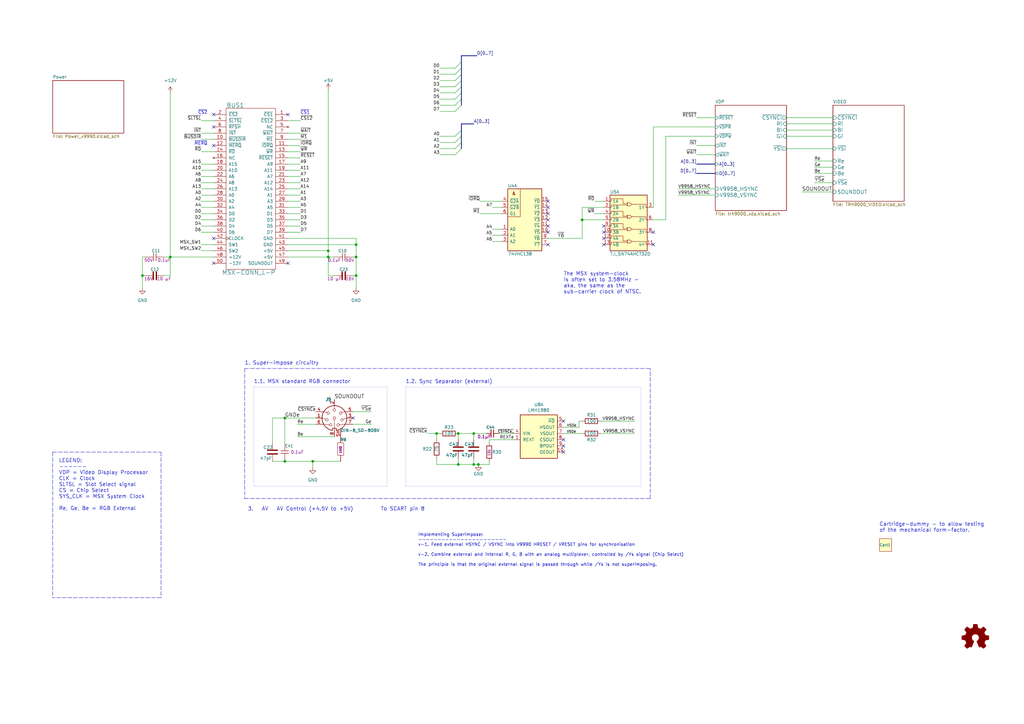
<source format=kicad_sch>
(kicad_sch (version 20211123) (generator eeschema)
  (paper "A3")
  (title_block (title "TRH9000") (date "2022-08-04") (rev "A-A") (company "The Retro Hacker") (comment 2 "Shared under CERN-OHL-S license") (comment 3 "TRH9000 - Open Source MSX Graphics Card based on the Yamaha V9990") (comment 4 "Designed  by: Cristiano Goncalves"))
  (lib_symbols
    (symbol "Device:C" (pin_numbers hide) (pin_names (offset 0.254))
      (property "Reference" "C" (at 0.635 2.54 0))
      (property "Value" "C" (at 0.635 -2.54 0))
      (symbol "C_1_1"
        (pin passive line (at 0 3.81 270) (length 2.794) (name "~") (number "1"))
        (pin passive line (at 0 -3.81 90) (length 2.794) (name "~") (number "2"))
      )
    )
    (symbol "Device:R" (pin_numbers hide) (pin_names (offset 0))
      (property "Reference" "R" (at 2.032 0 90))
      (property "Value" "R" (at 0 0 90))
      (symbol "R_1_1"
        (pin passive line (at 0 3.81 270) (length 1.27) (name "~") (number "1"))
        (pin passive line (at 0 -3.81 90) (length 1.27) (name "~") (number "2"))
      )
    )
    (symbol "Graphic:Logo_Open_Hardware_Small" (pin_names (offset 1.016)))
    (symbol "LRJ-parts:C_CC0805JPX7R9BB104" (pin_numbers hide) (pin_names (offset 1.016) hide)
      (property "Reference" "C" (at 1.524 2.921 0))
      (property "MPN" "CC0805JPX7R9BB104" (at -12.7 0 0))
      (symbol "C_CC0805JPX7R9BB104_1_1"
        (pin passive line (at 0 3.81 270) (length 2.54) (name "1") (number "1"))
        (pin passive line (at 0 -3.81 90) (length 2.54) (name "2") (number "2"))
      )
    )
    (symbol "LRJ-parts:C_CL10B104KB8NNNL" (pin_numbers hide) (pin_names (offset 0.254) hide)
      (property "Reference" "C" (at 0.254 1.778 0))
      (property "Value" "C_CL10B104KB8NNNL" (at 0.254 -2.032 0))
      (property "Capacitance " " 0,1µF" (at -6.35 0 0))
      (property "Voltage Rating" "50V" (at -6.35 -2.54 0))
      (symbol "C_CL10B104KB8NNNL_1_1"
        (pin passive line (at 0 2.54 270) (length 2.032) (name "~") (number "1"))
        (pin passive line (at 0 -2.54 90) (length 2.032) (name "~") (number "2"))
      )
    )
    (symbol "LRJ-parts:C_CL21B106KOQNNNE" (pin_numbers hide) (pin_names (offset 1.016) hide)
      (property "Reference" "C" (at 1.524 2.921 0))
      (property "Capacitance" "10 µF" (at 5.08 0 0))
      (property "Voltage rating" "16V" (at 5.08 -2.54 0))
      (symbol "C_CL21B106KOQNNNE_1_1"
        (pin passive line (at 0 3.81 270) (length 2.54) (name "1") (number "1"))
        (pin passive line (at 0 -3.81 90) (length 2.54) (name "2") (number "2"))
      )
    )
    (symbol "LRJ-parts:DIN-8_SD-80BV" (pin_names (offset 1.016))
      (property "Reference" "J" (at 3.175 5.715 0))
      (property "Value" "DIN-8_SD-80BV" (at 5.08 -5.08 0))
      (symbol "DIN-8_SD-80BV_1_1"
        (pin passive line (at -7.62 0 0) (length 2.54) (name "1") (number "1"))
        (pin passive line (at 0 7.62 270) (length 2.54) (name "2") (number "2"))
        (pin passive line (at 7.62 0 180) (length 2.54) (name "3") (number "3"))
        (pin passive line (at -7.62 2.54 0) (length 2.54) (name "4") (number "4"))
        (pin passive line (at 7.62 2.54 180) (length 2.54) (name "5") (number "5"))
        (pin passive line (at -7.62 -2.54 0) (length 2.54) (name "6") (number "6"))
        (pin passive line (at 7.62 -2.54 180) (length 2.54) (name "7") (number "7"))
        (pin passive line (at 0 -7.62 90) (length 2.54) (name "8") (number "8"))
        (pin passive line (at 2.54 -7.62 90) (length 2.54) (name "SH") (number "SH"))
      )
    )
    (symbol "LRJ-parts:LMH1980" (pin_names (offset 1.016))
      (property "Reference" "U" (at -11.43 11.43 0))
      (property "Value" "LMH1980" (at 3.81 11.43 0))
      (symbol "LMH1980_1_1"
        (pin input line (at -10.16 0 0) (length 2.54) (name "REXT") (number "1"))
        (pin output line (at 10.16 -5.08 180) (length 2.54) (name "OEOUT") (number "10"))
        (pin input line (at -10.16 2.54 0) (length 2.54) (name "VIN") (number "4"))
        (pin output line (at 10.16 7.62 180) (length 2.54) (name "~{HD}") (number "5"))
        (pin output line (at 10.16 5.08 180) (length 2.54) (name "HSOUT") (number "6"))
        (pin output line (at 10.16 2.54 180) (length 2.54) (name "VSOUT") (number "7"))
        (pin output line (at 10.16 0 180) (length 2.54) (name "CSOUT") (number "8"))
        (pin output line (at 10.16 -2.54 180) (length 2.54) (name "BPOUT") (number "9"))
      )
      (symbol "LMH1980_2_1"
        (pin power_in line (at 0 -7.62 90) (length 2.54) (name "GND") (number "2"))
        (pin power_in line (at 0 7.62 270) (length 2.54) (name "VCC") (number "3"))
      )
    )
    (symbol "LRJ-parts:R_ERJ-3GEYJ105V" (pin_numbers hide) (pin_names (offset 1.016) hide)
      (property "Reference" "R" (at -5.08 1.27 0))
      (property "Value" "R_ERJ-3GEYJ105V" (at -10.16 -3.81 0))
      (property "Resistance" "1MΩ" (at 0 0 0))
      (symbol "R_ERJ-3GEYJ105V_1_1"
        (pin passive line (at -5.08 0 0) (length 2.54) (name "1") (number "1"))
        (pin passive line (at 5.08 0 180) (length 2.54) (name "2") (number "2"))
      )
    )
    (symbol "LRJ-parts:R_RC0603FR-0710KL" (pin_numbers hide) (pin_names (offset 0))
      (property "Reference" "R" (at 0 0 90))
      (property "Value" "R_RC0603FR-0710KL" (at -12.7 0 0))
      (property "Resistance" "10k" (at 3.81 -1.27 0))
      (symbol "R_RC0603FR-0710KL_1_1"
        (pin passive line (at 0 3.81 270) (length 1.27) (name "~") (number "1"))
        (pin passive line (at 0 -3.81 90) (length 1.27) (name "~") (number "2"))
      )
    )
    (symbol "TRH9000:74VHC138" (pin_names (offset 0.762))
      (property "Reference" "U" (at -17.78 12.7 0))
      (property "Value" "74VHC138" (at -17.78 10.16 0))
      (symbol "74VHC138_1_0"
        (text "&" (at -3.81 10.795 0) (effects (font (size 1.27 1.27))))
      )
      (symbol "74VHC138_1_1"
        (pin input line (at -8.89 -3.81 0) (length 2.54) (name "A0") (number "1"))
        (pin output line (at 10.16 -5.08 180) (length 2.54) (name "~{Y5}") (number "10"))
        (pin output line (at 10.16 -2.54 180) (length 2.54) (name "~{Y4}") (number "11"))
        (pin output line (at 10.16 0 180) (length 2.54) (name "~{Y3}") (number "12"))
        (pin output line (at 10.16 2.54 180) (length 2.54) (name "~{Y2}") (number "13"))
        (pin output line (at 10.16 5.08 180) (length 2.54) (name "~{Y1}") (number "14"))
        (pin output line (at 10.16 7.62 180) (length 2.54) (name "~{Y0}") (number "15"))
        (pin input line (at -8.89 -6.35 0) (length 2.54) (name "A1") (number "2"))
        (pin input line (at -8.89 -8.89 0) (length 2.54) (name "A2") (number "3"))
        (pin input line (at -8.89 7.62 0) (length 2.54) (name "~{G2A}") (number "4"))
        (pin input line (at -8.89 5.08 0) (length 2.54) (name "~{G2B}") (number "5"))
        (pin input line (at -8.89 2.54 0) (length 2.54) (name "G1") (number "6"))
        (pin output line (at 10.16 -10.16 180) (length 2.54) (name "~{Y7}") (number "7"))
        (pin output line (at 10.16 -7.62 180) (length 2.54) (name "~{Y6}") (number "9"))
      )
      (symbol "74VHC138_2_0"
        (pin power_in line (at 0 7.62 270) (length 2.54) (name "VCC") (number "16"))
      )
      (symbol "74VHC138_2_1"
        (pin power_in line (at 0 -7.62 90) (length 2.54) (name "GND") (number "8"))
      )
    )
    (symbol "TRH9000:MSX-cartridge_dummy" (pin_numbers hide) (pin_names (offset 0.762) hide)
      (property "Reference" "Cart" (at 0 -1.27 0))
    )
    (symbol "TRH9000:MSX_SLOT_EDGE-CON" (pin_names (offset 1.016)) (in_bom no)
      (property "Reference" "BUS" (at -10.16 34.29 0))
      (property "Value" "MSX_SLOT_EDGE-CON" (at -10.16 -34.29 0))
      (symbol "MSX_SLOT_EDGE-CON_1_1"
        (pin output line (at -15.24 30.48 0) (length 5.08) (name "~{CS1}") (number "1"))
        (pin output line (at 15.24 20.32 180) (length 5.08) (name "~{BUSDIR}") (number "10"))
        (pin output line (at -15.24 17.78 0) (length 5.08) (name "~{IORQ}") (number "11"))
        (pin input line (at 15.24 17.78 180) (length 5.08) (name "~{MERQ}") (number "12"))
        (pin output line (at -15.24 15.24 0) (length 5.08) (name "~{WR}") (number "13"))
        (pin output line (at 15.24 15.24 180) (length 5.08) (name "~{RD}") (number "14"))
        (pin output line (at -15.24 12.7 0) (length 5.08) (name "~{RESET}") (number "15"))
        (pin no_connect line (at 15.24 12.7 180) (length 5.08) (name "NC") (number "16"))
        (pin output line (at -15.24 10.16 0) (length 5.08) (name "A9") (number "17"))
        (pin output line (at 15.24 10.16 180) (length 5.08) (name "A15") (number "18"))
        (pin output line (at -15.24 7.62 0) (length 5.08) (name "A11") (number "19"))
        (pin output line (at 15.24 30.48 180) (length 5.08) (name "~{CS2}") (number "2"))
        (pin output line (at 15.24 7.62 180) (length 5.08) (name "A10") (number "20"))
        (pin output line (at -15.24 5.08 0) (length 5.08) (name "A7") (number "21"))
        (pin output line (at 15.24 5.08 180) (length 5.08) (name "A6") (number "22"))
        (pin output line (at -15.24 2.54 0) (length 5.08) (name "A12") (number "23"))
        (pin output line (at 15.24 2.54 180) (length 5.08) (name "A8") (number "24"))
        (pin output line (at -15.24 0 0) (length 5.08) (name "A14") (number "25"))
        (pin output line (at 15.24 0 180) (length 5.08) (name "A13") (number "26"))
        (pin output line (at -15.24 -2.54 0) (length 5.08) (name "A1") (number "27"))
        (pin output line (at 15.24 -2.54 180) (length 5.08) (name "A0") (number "28"))
        (pin output line (at -15.24 -5.08 0) (length 5.08) (name "A3") (number "29"))
        (pin output line (at -15.24 27.94 0) (length 5.08) (name "~{CS12}") (number "3"))
        (pin output line (at 15.24 -5.08 180) (length 5.08) (name "A2") (number "30"))
        (pin output line (at -15.24 -7.62 0) (length 5.08) (name "A5") (number "31"))
        (pin output line (at 15.24 -7.62 180) (length 5.08) (name "A4") (number "32"))
        (pin tri_state line (at -15.24 -10.16 0) (length 5.08) (name "D1") (number "33"))
        (pin tri_state line (at 15.24 -10.16 180) (length 5.08) (name "D0") (number "34"))
        (pin tri_state line (at -15.24 -12.7 0) (length 5.08) (name "D3") (number "35"))
        (pin tri_state line (at 15.24 -12.7 180) (length 5.08) (name "D2~{}") (number "36"))
        (pin tri_state line (at -15.24 -15.24 0) (length 5.08) (name "D5") (number "37"))
        (pin tri_state line (at 15.24 -15.24 180) (length 5.08) (name "D4") (number "38"))
        (pin tri_state line (at -15.24 -17.78 0) (length 5.08) (name "D7") (number "39"))
        (pin output line (at 15.24 27.94 180) (length 5.08) (name "~{SLTSL}") (number "4"))
        (pin tri_state line (at 15.24 -17.78 180) (length 5.08) (name "D6") (number "40"))
        (pin power_in line (at -15.24 -20.32 0) (length 5.08) (name "GND") (number "41"))
        (pin output clock (at 15.24 -20.32 180) (length 5.08) (name "CLOCK") (number "42"))
        (pin power_in line (at -15.24 -22.86 0) (length 5.08) (name "GND") (number "43"))
        (pin passive line (at 15.24 -22.86 180) (length 5.08) (name "SW1") (number "44"))
        (pin power_in line (at -15.24 -25.4 0) (length 5.08) (name "+5V") (number "45"))
        (pin passive line (at 15.24 -25.4 180) (length 5.08) (name "SW2") (number "46"))
        (pin power_in line (at -15.24 -27.94 0) (length 5.08) (name "+5V") (number "47"))
        (pin power_in line (at 15.24 -27.94 180) (length 5.08) (name "+12V") (number "48"))
        (pin output line (at -15.24 -30.48 0) (length 5.08) (name "SOUNDOUT") (number "49"))
        (pin no_connect line (at -15.24 25.4 0) (length 5.08) (name "NC") (number "5"))
        (pin power_in line (at 15.24 -30.48 180) (length 5.08) (name "-12V") (number "50"))
        (pin output line (at 15.24 25.4 180) (length 5.08) (name "~{RFSH}") (number "6"))
        (pin input line (at -15.24 22.86 0) (length 5.08) (name "~{WAIT}") (number "7"))
        (pin open_collector line (at 15.24 22.86 180) (length 5.08) (name "~{INT}") (number "8"))
        (pin output line (at -15.24 20.32 0) (length 5.08) (name "~{M1}") (number "9"))
      )
    )
    (symbol "TRH9000:T.I_SN74AHCT32D" (pin_names (offset 1))
      (property "Reference" "U5" (at -22.86 17.78 0))
      (property "Value" "T.I_SN74AHCT32D" (at -22.86 15.24 0))
      (symbol "T.I_SN74AHCT32D_1_1"
        (pin input line (at -10.16 10.16 0) (length 2.54) (name "1A") (number "1"))
        (pin input line (at -10.16 -2.54 0) (length 2.54) (name "3B") (number "10"))
        (pin output line (at 10.16 -7.62 180) (length 2.54) (name "4Y") (number "11"))
        (pin input line (at -10.16 -5.08 0) (length 2.54) (name "4A") (number "12"))
        (pin input line (at -10.16 -7.62 0) (length 2.54) (name "4B") (number "13"))
        (pin input line (at -10.16 7.62 0) (length 2.54) (name "1B") (number "2"))
        (pin output line (at 10.16 7.62 180) (length 2.54) (name "1Y") (number "3"))
        (pin input line (at -10.16 5.08 0) (length 2.54) (name "2A") (number "4"))
        (pin input line (at -10.16 2.54 0) (length 2.54) (name "2B") (number "5"))
        (pin output line (at 10.16 2.54 180) (length 2.54) (name "2Y") (number "6"))
        (pin output line (at 10.16 -2.54 180) (length 2.54) (name "3Y") (number "8"))
        (pin input line (at -10.16 0 0) (length 2.54) (name "3A") (number "9"))
      )
      (symbol "T.I_SN74AHCT32D_2_0"
        (text "GND" (at 0 -1.27 0) (effects (font (size 1.27 1.27))))
        (text "VCC" (at 0 1.27 0) (effects (font (size 1.27 1.27))))
      )
      (symbol "T.I_SN74AHCT32D_2_1"
        (pin power_in line (at 0 5.08 270) (length 2.54) (name "VCC") (number "14"))
        (pin power_in line (at 0 -5.08 90) (length 2.54) (name "GND") (number "7"))
      )
    )
    (symbol "power:+12V" (power) (pin_names (offset 0))
      (property "Value" "+12V" (at 0 3.556 0))
      (symbol "+12V_1_1"
        (pin power_in line (at 0 0 90) (length 0) hide (name "+12V") (number "1"))
      )
    )
    (symbol "power:+5V" (power) (pin_names (offset 0))
      (property "Value" "+5V" (at 0 3.556 0))
      (symbol "+5V_1_1"
        (pin power_in line (at 0 0 90) (length 0) hide (name "+5V") (number "1"))
      )
    )
    (symbol "power:GND" (power) (pin_names (offset 0))
      (property "Value" "GND" (at 0 -3.81 0))
      (symbol "GND_1_1"
        (pin power_in line (at 0 0 270) (length 0) hide (name "GND") (number "1"))
      )
    )
  )
  (junction (at 196.215 190.5))
  (junction (at 134.62 105.41))
  (junction (at 128.27 189.23))
  (junction (at 194.31 190.5))
  (junction (at 179.07 177.8))
  (junction (at 116.84 171.45))
  (junction (at 194.31 177.8))
  (junction (at 146.05 105.41))
  (junction (at 134.62 102.87))
  (junction (at 69.85 105.41))
  (junction (at 187.96 190.5))
  (junction (at 116.84 189.23))
  (junction (at 238.76 90.17))
  (junction (at 146.05 113.03))
  (junction (at 146.05 100.33))
  (junction (at 58.42 113.03))
  (junction (at 187.96 177.8))
  (no_connect (at 267.97 95.25))
  (no_connect (at 87.63 97.79))
  (no_connect (at 231.14 182.88))
  (no_connect (at 231.14 180.34))
  (no_connect (at 87.63 59.69))
  (no_connect (at 247.65 92.71))
  (no_connect (at 247.65 95.25))
  (no_connect (at 224.79 90.17))
  (no_connect (at 224.79 100.33))
  (no_connect (at 224.79 82.55))
  (no_connect (at 224.79 85.09))
  (no_connect (at 224.79 92.71))
  (no_connect (at 224.79 95.25))
  (no_connect (at 224.79 87.63))
  (no_connect (at 144.78 171.45))
  (no_connect (at 87.63 46.99))
  (no_connect (at 231.14 185.42))
  (no_connect (at 87.63 52.07))
  (no_connect (at 87.63 107.95))
  (no_connect (at 231.14 172.72))
  (no_connect (at 247.65 100.33))
  (no_connect (at 247.65 97.79))
  (no_connect (at 267.97 100.33))
  (no_connect (at 118.11 107.95))
  (no_connect (at 118.11 46.99))
  (bus_entry (at 189.23 58.42) (size -2.54 2.54))
  (bus_entry (at 189.23 33.02) (size -2.54 2.54))
  (bus_entry (at 189.23 53.34) (size -2.54 2.54))
  (bus_entry (at 189.23 40.64) (size -2.54 2.54))
  (bus_entry (at 189.23 25.4) (size -2.54 2.54))
  (bus_entry (at 189.23 35.56) (size -2.54 2.54))
  (bus_entry (at 189.23 38.1) (size -2.54 2.54))
  (bus_entry (at 189.23 30.48) (size -2.54 2.54))
  (bus_entry (at 189.23 60.96) (size -2.54 2.54))
  (bus_entry (at 189.23 43.18) (size -2.54 2.54))
  (bus_entry (at 189.23 55.88) (size -2.54 2.54))
  (bus_entry (at 189.23 27.94) (size -2.54 2.54))
  (wire (pts (xy 118.11 95.25) (xy 123.19 95.25)))
  (polyline (pts (xy 104.14 158.75) (xy 104.14 199.39)) (stroke (width 0) (type dot)))
  (wire (pts (xy 69.85 105.41) (xy 69.85 113.03)))
  (wire (pts (xy 82.55 100.33) (xy 87.63 100.33)))
  (wire (pts (xy 118.11 69.85) (xy 123.19 69.85)))
  (wire (pts (xy 144.78 168.91) (xy 152.4 168.91)))
  (wire (pts (xy 237.49 172.72) (xy 238.76 172.72)))
  (wire (pts (xy 111.76 171.45) (xy 116.84 171.45)))
  (wire (pts (xy 82.55 102.87) (xy 87.63 102.87)))
  (wire (pts (xy 118.11 72.39) (xy 123.19 72.39)))
  (wire (pts (xy 238.76 85.09) (xy 238.76 90.17)))
  (wire (pts (xy 111.76 189.23) (xy 116.84 189.23)))
  (wire (pts (xy 238.76 90.17) (xy 238.76 97.79)))
  (wire (pts (xy 118.11 102.87) (xy 134.62 102.87)))
  (bus (pts (xy 189.23 27.94) (xy 189.23 30.48)))
  (wire (pts (xy 82.55 87.63) (xy 87.63 87.63)))
  (wire (pts (xy 267.97 52.07) (xy 267.97 85.09)))
  (wire (pts (xy 146.05 113.03) (xy 144.78 113.03)))
  (bus (pts (xy 189.23 40.64) (xy 189.23 43.18)))
  (wire (pts (xy 118.11 80.01) (xy 123.19 80.01)))
  (wire (pts (xy 116.84 189.23) (xy 128.27 189.23)))
  (wire (pts (xy 194.31 190.5) (xy 196.215 190.5)))
  (wire (pts (xy 118.11 90.17) (xy 123.19 90.17)))
  (wire (pts (xy 146.05 105.41) (xy 144.78 105.41)))
  (wire (pts (xy 116.84 171.45) (xy 129.54 171.45)))
  (wire (pts (xy 118.11 85.09) (xy 123.19 85.09)))
  (wire (pts (xy 180.34 43.18) (xy 186.69 43.18)))
  (wire (pts (xy 322.58 53.34) (xy 341.63 53.34)))
  (wire (pts (xy 121.92 179.07) (xy 137.16 179.07)))
  (wire (pts (xy 285.75 48.26) (xy 293.37 48.26)))
  (wire (pts (xy 180.34 30.48) (xy 186.69 30.48)))
  (polyline (pts (xy 66.04 185.42) (xy 66.04 245.11)))
  (wire (pts (xy 237.49 172.72) (xy 237.49 175.26)))
  (wire (pts (xy 180.34 27.94) (xy 186.69 27.94)))
  (wire (pts (xy 116.84 181.61) (xy 116.84 171.45)))
  (wire (pts (xy 118.11 100.33) (xy 146.05 100.33)))
  (wire (pts (xy 134.62 36.83) (xy 134.62 102.87)))
  (bus (pts (xy 285.75 67.31) (xy 293.37 67.31)))
  (wire (pts (xy 187.96 177.8) (xy 194.31 177.8)))
  (wire (pts (xy 180.34 45.72) (xy 186.69 45.72)))
  (wire (pts (xy 187.96 187.96) (xy 187.96 190.5)))
  (wire (pts (xy 128.27 189.23) (xy 139.7 189.23)))
  (wire (pts (xy 194.31 187.96) (xy 194.31 190.5)))
  (wire (pts (xy 118.11 54.61) (xy 123.19 54.61)))
  (wire (pts (xy 82.55 74.93) (xy 87.63 74.93)))
  (polyline (pts (xy 166.37 199.39) (xy 262.89 199.39)) (stroke (width 0) (type dot)))
  (wire (pts (xy 194.31 177.8) (xy 199.39 177.8)))
  (wire (pts (xy 175.26 177.8) (xy 179.07 177.8)))
  (wire (pts (xy 231.14 175.26) (xy 237.49 175.26)))
  (polyline (pts (xy 262.89 199.39) (xy 262.89 158.75)) (stroke (width 0) (type dot)))
  (bus (pts (xy 189.23 50.8) (xy 189.23 53.34)))
  (wire (pts (xy 180.34 63.5) (xy 186.69 63.5)))
  (bus (pts (xy 189.23 33.02) (xy 189.23 35.56)))
  (wire (pts (xy 58.42 105.41) (xy 58.42 113.03)))
  (bus (pts (xy 195.58 22.86) (xy 189.23 22.86)))
  (wire (pts (xy 200.66 189.23) (xy 200.66 190.5)))
  (wire (pts (xy 200.66 180.34) (xy 210.82 180.34)))
  (polyline (pts (xy 104.14 158.75) (xy 158.75 158.75)) (stroke (width 0) (type dot)))
  (wire (pts (xy 69.85 105.41) (xy 67.31 105.41)))
  (bus (pts (xy 189.23 25.4) (xy 189.23 27.94)))
  (bus (pts (xy 189.23 35.56) (xy 189.23 38.1)))
  (wire (pts (xy 111.76 181.61) (xy 111.76 171.45)))
  (wire (pts (xy 334.01 68.58) (xy 341.63 68.58)))
  (wire (pts (xy 82.55 77.47) (xy 87.63 77.47)))
  (wire (pts (xy 180.34 60.96) (xy 186.69 60.96)))
  (polyline (pts (xy 100.33 151.13) (xy 100.33 204.47)))
  (wire (pts (xy 82.55 95.25) (xy 87.63 95.25)))
  (wire (pts (xy 179.07 187.96) (xy 179.07 190.5)))
  (wire (pts (xy 201.93 85.09) (xy 205.74 85.09)))
  (wire (pts (xy 328.93 78.74) (xy 341.63 78.74)))
  (wire (pts (xy 201.93 93.98) (xy 205.74 93.98)))
  (wire (pts (xy 201.93 99.06) (xy 205.74 99.06)))
  (bus (pts (xy 189.23 58.42) (xy 189.23 60.96)))
  (wire (pts (xy 58.42 105.41) (xy 59.69 105.41)))
  (wire (pts (xy 194.31 177.8) (xy 194.31 180.34)))
  (wire (pts (xy 273.05 55.88) (xy 293.37 55.88)))
  (wire (pts (xy 146.05 113.03) (xy 146.05 118.11)))
  (wire (pts (xy 118.11 87.63) (xy 123.19 87.63)))
  (wire (pts (xy 273.05 55.88) (xy 273.05 90.17)))
  (polyline (pts (xy 21.59 185.42) (xy 66.04 185.42)))
  (wire (pts (xy 180.34 55.88) (xy 186.69 55.88)))
  (wire (pts (xy 179.07 190.5) (xy 187.96 190.5)))
  (wire (pts (xy 118.11 64.77) (xy 123.19 64.77)))
  (wire (pts (xy 82.55 85.09) (xy 87.63 85.09)))
  (wire (pts (xy 118.11 77.47) (xy 123.19 77.47)))
  (wire (pts (xy 322.58 55.88) (xy 341.63 55.88)))
  (wire (pts (xy 82.55 67.31) (xy 87.63 67.31)))
  (wire (pts (xy 82.55 92.71) (xy 87.63 92.71)))
  (wire (pts (xy 196.215 190.5) (xy 200.66 190.5)))
  (wire (pts (xy 118.11 49.53) (xy 123.19 49.53)))
  (wire (pts (xy 278.13 77.47) (xy 293.37 77.47)))
  (wire (pts (xy 58.42 113.03) (xy 59.69 113.03)))
  (wire (pts (xy 200.66 181.61) (xy 200.66 180.34)))
  (wire (pts (xy 231.14 177.8) (xy 238.76 177.8)))
  (wire (pts (xy 134.62 105.41) (xy 137.16 105.41)))
  (wire (pts (xy 82.55 72.39) (xy 87.63 72.39)))
  (wire (pts (xy 118.11 82.55) (xy 123.19 82.55)))
  (wire (pts (xy 278.13 80.01) (xy 293.37 80.01)))
  (polyline (pts (xy 100.33 151.13) (xy 266.7 151.13)))
  (wire (pts (xy 118.11 92.71) (xy 123.19 92.71)))
  (wire (pts (xy 134.62 113.03) (xy 137.16 113.03)))
  (polyline (pts (xy 266.7 204.47) (xy 266.7 151.13)))
  (wire (pts (xy 121.92 173.99) (xy 129.54 173.99)))
  (wire (pts (xy 152.4 173.99) (xy 144.78 173.99)))
  (polyline (pts (xy 66.04 245.11) (xy 21.59 245.11)))
  (wire (pts (xy 118.11 57.15) (xy 123.19 57.15)))
  (wire (pts (xy 246.38 172.72) (xy 260.35 172.72)))
  (wire (pts (xy 118.11 105.41) (xy 134.62 105.41)))
  (wire (pts (xy 69.85 105.41) (xy 87.63 105.41)))
  (wire (pts (xy 134.62 105.41) (xy 134.62 113.03)))
  (wire (pts (xy 322.58 60.96) (xy 341.63 60.96)))
  (bus (pts (xy 285.75 71.12) (xy 293.37 71.12)))
  (wire (pts (xy 118.11 62.23) (xy 123.19 62.23)))
  (wire (pts (xy 82.55 82.55) (xy 87.63 82.55)))
  (wire (pts (xy 285.75 59.69) (xy 293.37 59.69)))
  (wire (pts (xy 204.47 177.8) (xy 210.82 177.8)))
  (polyline (pts (xy 158.75 158.75) (xy 158.75 199.39)) (stroke (width 0) (type dot)))
  (wire (pts (xy 180.34 38.1) (xy 186.69 38.1)))
  (polyline (pts (xy 158.75 199.39) (xy 104.14 199.39)) (stroke (width 0) (type dot)))
  (wire (pts (xy 179.07 177.8) (xy 180.34 177.8)))
  (bus (pts (xy 189.23 55.88) (xy 189.23 58.42)))
  (wire (pts (xy 322.58 50.8) (xy 341.63 50.8)))
  (wire (pts (xy 82.55 62.23) (xy 87.63 62.23)))
  (wire (pts (xy 69.85 105.41) (xy 69.85 38.1)))
  (bus (pts (xy 189.23 30.48) (xy 189.23 33.02)))
  (wire (pts (xy 187.96 177.8) (xy 187.96 180.34)))
  (wire (pts (xy 118.11 67.31) (xy 123.19 67.31)))
  (wire (pts (xy 246.38 177.8) (xy 260.35 177.8)))
  (wire (pts (xy 247.65 90.17) (xy 238.76 90.17)))
  (wire (pts (xy 82.55 69.85) (xy 87.63 69.85)))
  (wire (pts (xy 341.63 74.93) (xy 334.01 74.93)))
  (wire (pts (xy 128.27 191.77) (xy 128.27 189.23)))
  (wire (pts (xy 82.55 49.53) (xy 87.63 49.53)))
  (bus (pts (xy 189.23 22.86) (xy 189.23 25.4)))
  (wire (pts (xy 238.76 85.09) (xy 247.65 85.09)))
  (wire (pts (xy 285.75 63.5) (xy 293.37 63.5)))
  (wire (pts (xy 196.85 87.63) (xy 205.74 87.63)))
  (wire (pts (xy 180.34 35.56) (xy 186.69 35.56)))
  (wire (pts (xy 267.97 52.07) (xy 293.37 52.07)))
  (wire (pts (xy 82.55 54.61) (xy 87.63 54.61)))
  (wire (pts (xy 146.05 105.41) (xy 146.05 113.03)))
  (wire (pts (xy 334.01 66.04) (xy 341.63 66.04)))
  (wire (pts (xy 243.84 82.55) (xy 247.65 82.55)))
  (wire (pts (xy 180.34 33.02) (xy 186.69 33.02)))
  (polyline (pts (xy 166.37 158.75) (xy 262.89 158.75)) (stroke (width 0) (type dot)))
  (wire (pts (xy 322.58 48.26) (xy 341.63 48.26)))
  (wire (pts (xy 82.55 90.17) (xy 87.63 90.17)))
  (wire (pts (xy 146.05 100.33) (xy 146.05 105.41)))
  (bus (pts (xy 189.23 55.88) (xy 189.23 53.34)))
  (polyline (pts (xy 166.37 158.75) (xy 166.37 199.39)) (stroke (width 0) (type dot)))
  (wire (pts (xy 334.01 71.12) (xy 341.63 71.12)))
  (wire (pts (xy 180.34 58.42) (xy 186.69 58.42)))
  (wire (pts (xy 118.11 74.93) (xy 123.19 74.93)))
  (wire (pts (xy 146.05 97.79) (xy 146.05 100.33)))
  (bus (pts (xy 189.23 38.1) (xy 189.23 40.64)))
  (wire (pts (xy 243.84 87.63) (xy 247.65 87.63)))
  (polyline (pts (xy 100.33 204.47) (xy 266.7 204.47)))
  (wire (pts (xy 82.55 80.01) (xy 87.63 80.01)))
  (wire (pts (xy 118.11 97.79) (xy 146.05 97.79)))
  (polyline (pts (xy 21.59 185.42) (xy 21.59 245.11)))
  (wire (pts (xy 134.62 102.87) (xy 134.62 105.41)))
  (wire (pts (xy 58.42 113.03) (xy 58.42 118.11)))
  (wire (pts (xy 187.96 190.5) (xy 194.31 190.5)))
  (wire (pts (xy 69.85 113.03) (xy 67.31 113.03)))
  (wire (pts (xy 201.93 96.52) (xy 205.74 96.52)))
  (bus (pts (xy 189.23 50.8) (xy 194.31 50.8)))
  (wire (pts (xy 180.34 40.64) (xy 186.69 40.64)))
  (wire (pts (xy 224.79 97.79) (xy 238.76 97.79)))
  (wire (pts (xy 273.05 90.17) (xy 267.97 90.17)))
  (wire (pts (xy 179.07 180.34) (xy 179.07 177.8)))
  (wire (pts (xy 82.55 57.15) (xy 87.63 57.15)))
  (wire (pts (xy 196.85 82.55) (xy 205.74 82.55)))
  (wire (pts (xy 118.11 59.69) (xy 123.19 59.69)))
  (text "~{MERQ}" (at 85.09 59.69 180) (effects (font (size 1.27 1.27)) (justify right bottom)))
  (text "1.1. MSX standard RGB connector" (at 104.14 157.48 0) (effects (font (size 1.524 1.524)) (justify left bottom)))
  (text "The MSX system-clock\nis often set to 3.58MHz -\naka, the same as the\nsub-carrier clock of NTSC." (at 231.14 120.65 0) (effects (font (size 1.524 1.524)) (justify left bottom)))
  (text "Cartridge-dummy - to allow testing \nof the mechanical form-factor." (at 360.68 218.44 0) (effects (font (size 1.524 1.524)) (justify left bottom)))
  (text "Implementing Superimpose:\n-----------------------\nv-1. Feed external HSYNC / VSYNC into V9990 HRESET / VRESET pins for synchronisation\n\nv-2. Combine external and internal R, G, B with an analog multiplexer, controlled by /Ys signal (Chip Select)\n\nThe principle is that the original external signal is passed through while /Ys is not superimposing." (at 171.45 232.41 0) (effects (font (size 1.27 1.27)) (justify left bottom)))
  (text "LEGEND:\n------\nVDP = Video Display Processor\nCLK = Clock\nSLTSL = Slot Select signal\nCS = Chip Select\nSYS_CLK = MSX System Clock\n\nRe, Ge, Be = RGB External" (at 24.13 209.55 0) (effects (font (size 1.524 1.524)) (justify left bottom)))
  (text "~{CS1}" (at 123.19 46.99 0) (effects (font (size 1.27 1.27)) (justify left bottom)))
  (text "~{CS2}" (at 85.09 46.99 180) (effects (font (size 1.27 1.27)) (justify right bottom)))
  (text "1. Super-impose circuitry" (at 100.33 149.86 0) (effects (font (size 1.524 1.524)) (justify left bottom)))
  (text "1.2. Sync Separator (external)" (at 166.37 157.48 0) (effects (font (size 1.524 1.524)) (justify left bottom)))
  (text "3. 	AV 	AV Control (+4.5V to +5V) 	To SCART pin 8\n\n\n" (at 101.6 214.63 0) (effects (font (size 1.524 1.524)) (justify left bottom)))
  (label "Be" (at 121.92 179.07 0))
  (label "~{WAIT}" (at 123.19 54.61 0))
  (label "~{RESET}" (at 285.75 48.26 180))
  (label "A7" (at 123.19 72.39 0))
  (label "A4" (at 201.93 93.98 180))
  (label "A2" (at 180.34 60.96 180))
  (label "~{CSYNCe_}" (at 210.82 177.8 180) (effects (font (size 1 1))))
  (label "~{M1}" (at 196.85 87.63 180))
  (label "D5" (at 123.19 92.71 0))
  (label "A8" (at 82.55 74.93 180))
  (label "A3" (at 180.34 63.5 180))
  (label "A0" (at 180.34 55.88 180))
  (label "A6" (at 201.93 99.06 180))
  (label "A9" (at 123.19 67.31 0))
  (label "A5" (at 123.19 85.09 0))
  (label "A2" (at 82.55 82.55 180))
  (label "GNDe" (at 116.84 171.45 0) (effects (font (size 1.524 1.524))))
  (label "Re" (at 121.92 173.99 0))
  (label "A6" (at 82.55 72.39 180))
  (label "HSOe" (at 232.41 175.26 0) (effects (font (size 1 1))))
  (label "A[0..3]" (at 194.31 50.8 0))
  (label "~{RD}" (at 82.55 62.23 180))
  (label "Ge" (at 334.01 68.58 0))
  (label "D7" (at 180.34 45.72 180))
  (label "~{CSYNCe}" (at 129.54 168.91 180))
  (label "D[0..7]" (at 195.58 22.86 0))
  (label "A[0..3]" (at 285.75 67.31 180))
  (label "A1" (at 180.34 58.42 180))
  (label "~{WR}" (at 123.19 62.23 0))
  (label "~{INT}" (at 82.55 54.61 180))
  (label "A14" (at 123.19 77.47 0))
  (label "A5" (at 201.93 96.52 180))
  (label "D5" (at 180.34 40.64 180))
  (label "~{M1}" (at 123.19 57.15 0))
  (label "REXTe" (at 210.82 180.34 180))
  (label "Ge" (at 152.4 173.99 180))
  (label "A7" (at 201.93 85.09 180))
  (label "Re" (at 334.01 66.04 0))
  (label "A13" (at 82.55 77.47 180))
  (label "~{INT}" (at 285.75 59.69 180))
  (label "~{IORQ}" (at 123.19 59.69 0))
  (label "A11" (at 123.19 69.85 0))
  (label "~{Y6}" (at 228.6 97.79 0) (effects (font (size 1.524 1.524))))
  (label "D4" (at 180.34 38.1 180))
  (label "V9958_HSYNC" (at 278.13 77.47 0))
  (label "A4" (at 82.55 85.09 180))
  (label "Be" (at 334.01 71.12 0))
  (label "MSX_SW1" (at 82.55 100.33 180))
  (label "~{WR}" (at 243.84 87.63 180))
  (label "D[0..7]" (at 285.75 71.12 180))
  (label "A15" (at 82.55 67.31 180))
  (label "~{CSYNCe}" (at 175.26 177.8 180))
  (label "D0" (at 82.55 87.63 180))
  (label "V9958_VSYNC" (at 260.35 177.8 180))
  (label "MSX_SW2" (at 82.55 102.87 180))
  (label "~{WAIT}" (at 285.75 63.5 180))
  (label "A3" (at 123.19 82.55 0))
  (label "D7" (at 123.19 95.25 0))
  (label "D0" (at 180.34 27.94 180))
  (label "A1" (at 123.19 80.01 0))
  (label "D2" (at 180.34 33.02 180))
  (label "D6" (at 180.34 43.18 180))
  (label "~{BUSDIR}" (at 82.55 57.15 180))
  (label "V9958_VSYNC" (at 278.13 80.01 0))
  (label "~{RD}" (at 243.84 82.55 180))
  (label "~{IORQ}" (at 196.85 82.55 180))
  (label "D1" (at 180.34 30.48 180))
  (label "D2" (at 82.55 90.17 180))
  (label "D3" (at 123.19 90.17 0))
  (label "SOUNDOUT" (at 137.16 163.83 0) (effects (font (size 1.524 1.524))))
  (label "SOUNDOUT" (at 328.93 78.74 0) (effects (font (size 1.524 1.524))))
  (label "~{SLTSL}" (at 82.55 49.53 180))
  (label "D3" (at 180.34 35.56 180))
  (label "~{RESET}" (at 123.19 64.77 0))
  (label "A0" (at 82.55 80.01 180))
  (label "V9958_HSYNC" (at 260.35 172.72 180))
  (label "A10" (at 82.55 69.85 180))
  (label "~{CS12}" (at 123.19 49.53 0))
  (label "D1" (at 123.19 87.63 0))
  (label "VSOe" (at 232.41 177.8 0) (effects (font (size 1 1))))
  (label "~{YSe}" (at 334.01 74.93 0) (effects (font (size 1.524 1.524))))
  (label "D6" (at 82.55 95.25 180))
  (label "D4" (at 82.55 92.71 180))
  (label "~{YSe}" (at 152.4 168.91 180) (effects (font (size 1.524 1.524))))
  (label "A12" (at 123.19 74.93 0))
  (symbol (lib_id "Device:R") (at 184.15 177.8 270) (mirror x) (unit 1)
    (property "Reference" "R23" (at 184.15 175.26 90))
    (property "Value" "100" (at 184.15 177.8 90))
    (property "Footprint" "LRJ:R_0603_1608Metric_roundcourt" (effects hide))
  )
  (symbol (lib_id "Device:R") (at 242.57 172.72 270) (mirror x) (unit 1)
    (property "Reference" "R31" (at 242.57 170.18 90))
    (property "Value" "100" (at 242.57 172.72 90))
    (property "Footprint" "Resistor_SMD:R_0603_1608Metric" (effects hide))
  )
  (symbol (lib_id "power:GND") (at 58.42 118.11 0) (mirror y) (unit 1)
    (property "Reference" "#PWR029" (effects hide))
    (property "Value" "GND" (at 58.42 123.19 0))
  )
  (symbol (lib_id "LRJ-parts:C_CC0805JPX7R9BB104") (at 140.97 105.41 90) (unit 1)
    (property "Reference" "C10" (at 142.24 102.87 90) (effects (font (size 1.143 1.143)) (justify left)))
    (property "Value" "C_CC0805JPX7R9BB104" (effects hide))
    (property "Footprint" "Capacitor_SMD:C_0805_2012Metric" (effects hide))
    (property "Datasheet" "https://www.yageo.com/upload/media/product/productsearch/datasheet/mlcc/UPY-GPHC_X7R_6.3V-to-50V_18.pdf" (effects hide))
    (property "Manufacturer" "Yageo" (effects hide))
    (property "MPN" "CC0805JPX7R9BB104" (effects hide))
    (property "Mouser datasheet" "https://www.mouser.se/datasheet/2/427/vjcommercialseries-1764145.pdf" (effects hide))
    (property "Capacitance" "0.1uF" (at 137.16 106.68 90))
    (property "Voltage rating" "50V" (at 143.51 106.68 90))
    (property "Temperature Coefficient " "X7R" (effects hide))
    (property "Mounting type" "SMD" (effects hide))
    (property "Status" "Active" (effects hide))
  )
  (symbol (lib_id "TRH9000:T.I_SN74AHCT32D") (at 257.81 92.71 0) (unit 1)
    (property "Reference" "U5" (at 250.19 78.74 0) (effects (justify left)))
    (property "Value" "T.I_SN74AHCT32D" (at 250.19 104.14 0) (effects (justify left)))
    (property "Footprint" "trh9000:Texas_R-PDSO-G14_3.6x4.4mm" (effects hide))
    (property "Datasheet" "https://www.ti.com/general/docs/suppproductinfo.tsp?distId=10&gotoUrl=https%3A%2F%2Fwww.ti.com%2Flit%2Fgpn%2Fsn74ahct32" (effects hide))
    (property "MPN" "SN74AHCT32DGVR" (effects hide))
    (property "DK_Detail_Page" "https://www.digikey.se/en/products/detail/texas-instruments/SN74AHCT32DGVR/376444" (effects hide))
    (property "Description" "OR Gate, 4 Channel, 14-TVSOP, 7.9nS" (effects hide))
    (property "Manufacturer" "Texas Instruments" (effects hide))
    (property "Status" "Active" (effects hide))
  )
  (symbol (lib_id "Device:R") (at 179.07 184.15 0) (unit 1)
    (property "Reference" "R22" (at 175.26 184.15 0))
    (property "Value" "75" (at 179.07 184.15 90))
    (property "Footprint" "Resistor_SMD:R_0603_1608Metric" (effects hide))
  )
  (symbol (lib_id "Device:C") (at 111.76 185.42 0) (unit 1)
    (property "Reference" "C22" (at 107.95 183.515 0) (effects (justify left)))
    (property "Value" "47pF" (at 106.68 187.96 0) (effects (justify left)))
    (property "Footprint" "Capacitor_SMD:C_0603_1608Metric" (effects hide))
  )
  (symbol (lib_id "Device:C") (at 187.96 184.15 0) (unit 1)
    (property "Reference" "C42" (at 184.15 182.245 0) (effects (justify left)))
    (property "Value" "47pF" (at 182.88 186.69 0) (effects (justify left)))
    (property "Footprint" "Capacitor_SMD:C_0603_1608Metric" (effects hide))
  )
  (symbol (lib_id "LRJ-parts:R_ERJ-3GEYJ105V") (at 139.7 184.15 90) (unit 1)
    (property "Reference" "R8" (at 139.7 180.34 90) (effects (font (size 1.143 1.143)) (justify right)))
    (property "Value" "R_ERJ-3GEYJ105V" (effects hide))
    (property "Footprint" "Resistor_SMD:R_0603_1608Metric" (effects hide))
    (property "Datasheet" "https://industrial.panasonic.com/ww/products/pt/general-purpose-chip-resistors/models/ERJ3GEYJ105V" (effects hide))
    (property "Manufacturer" "Panasonic Electronic Components" (effects hide))
    (property "MPN" "ERJ-3GEYJ105V" (effects hide))
    (property "Resistance" "1MΩ" (at 139.7 182.88 0) (effects (font (size 0.889 0.889)) (justify right)))
    (property "Voltage rating" "75V" (effects hide))
    (property "Operating Temperature " " -55°C to +155°C" (effects hide))
    (property "Status" "Active" (effects hide))
    (property "Mounting type" "SMD" (effects hide))
  )
  (symbol (lib_id "LRJ-parts:C_CL10B104KB8NNNL") (at 201.93 177.8 270) (mirror x) (unit 1)
    (property "Reference" "C44" (at 199.39 175.26 90) (effects (font (size 1.143 1.143)) (justify left)))
    (property "Value" "C_CL10B104KB8NNNL" (effects hide))
    (property "Footprint" "LRJ:C_0603_1608Metric_round_court" (effects hide))
    (property "Datasheet" "http://product.samsungsem.com/mlcc/CL10B104KB8NNN.do" (effects hide))
    (property "Manufacturer" "Samsung Electro-Mechanics" (effects hide))
    (property "MPN" "CL10B104KB8NNNL" (effects hide))
    (property "Temperature Coefficient " "X7R" (effects hide))
    (property "Capacitance " " 0,1µF" (at 198.12 179.07 90))
    (property "Tolerance" " ±10% " (effects hide))
    (property "Operating Temperature " " -55°C to +125°C " (effects hide))
    (property "Package" "1608 Metric" (effects hide))
    (property "DK_Datasheet" "https://media.digikey.com/pdf/Data%20Sheets/Samsung%20PDFs/CL_Series_MLCC_ds.pdf" (effects hide))
    (property "Voltage Rating" "50V" (effects hide))
  )
  (symbol (lib_id "LRJ-parts:LMH1980") (at 220.98 180.34 0) (unit 1)
    (property "Reference" "U8" (at 220.98 165.9382 0))
    (property "Value" "LMH1980" (at 220.98 168.2496 0))
    (property "Footprint" "Package_SO:VSSOP-10_3x3mm_P0.5mm" (effects hide))
    (property "Datasheet" "https://www.ti.com/general/docs/suppproductinfo.tsp?distId=10&gotoUrl=https%3A%2F%2Fwww.ti.com%2Flit%2Fgpn%2Flmh1980" (effects hide))
    (property "Manufacturer" "Texas Instruments" (effects hide))
    (property "MPN" "LMH1980MM/NOPBCT" (effects hide))
    (property "Description" " Video sync separator " (effects hide))
  )
  (symbol (lib_id "power:GND") (at 146.05 118.11 0) (unit 1)
    (property "Reference" "#PWR0107" (effects hide))
    (property "Value" "GND" (at 146.05 123.19 0))
  )
  (symbol (lib_id "Device:C") (at 194.31 184.15 0) (unit 1)
    (property "Reference" "C43" (at 190.5 182.245 0) (effects (justify left)))
    (property "Value" "47pF" (at 189.23 186.69 0) (effects (justify left)))
    (property "Footprint" "LRJ:C_0603_1608Metric_round_court" (effects hide))
  )
  (symbol (lib_id "LRJ-parts:C_CL21B106KOQNNNE") (at 63.5 113.03 270) (mirror x) (unit 1)
    (property "Reference" "C12" (at 63.5 110.49 90) (effects (font (size 1.143 1.143))))
    (property "Value" "C_CL21B106KOQNNNE" (effects hide))
    (property "Footprint" "Capacitor_SMD:C_0805_2012Metric" (effects hide))
    (property "Datasheet" "https://media.digikey.com/pdf/Data%20Sheets/Samsung%20PDFs/CL_Series_MLCC_ds.pdf" (effects hide))
    (property "Manufacturer" "Samsung Electro-Mechanics" (effects hide))
    (property "MPN" "CL21B106KOQNNNE" (effects hide))
    (property "Capacitance" "10 µF" (at 67.31 114.3 90))
    (property "Voltage rating" "16V" (at 60.96 114.3 90))
    (property "Temperature Coefficient " "X7R" (effects hide))
    (property "Mounting type" "SMD" (effects hide))
    (property "Status" "Active" (effects hide))
    (property "Description" "CAP CER 10UF 16V X7R 0805" (effects hide))
  )
  (symbol (lib_id "Device:R") (at 242.57 177.8 270) (mirror x) (unit 1)
    (property "Reference" "R32" (at 242.57 180.34 90))
    (property "Value" "100" (at 242.57 177.8 90))
    (property "Footprint" "Resistor_SMD:R_0603_1608Metric" (effects hide))
  )
  (symbol (lib_id "power:GND") (at 196.215 190.5 0) (unit 1)
    (property "Reference" "#PWR035" (effects hide))
    (property "Value" "GND" (at 196.215 194.31 0))
  )
  (symbol (lib_id "LRJ-parts:DIN-8_SD-80BV") (at 137.16 171.45 0) (unit 1)
    (property "Reference" "J5" (at 133.35 163.83 0) (effects (font bold) (justify left)))
    (property "Value" "DIN-8_SD-80BV" (at 139.7 176.53 0) (effects (justify left)))
    (property "Footprint" "LRJ:Jack_DIN_CUI_SD-80BV_Vertical" (effects hide))
    (property "Datasheet" "https://www.cuidevices.com/product/resource/digikeypdf/sd-bv-series.pdf" (effects hide))
    (property "Manufacturer" "CUI Devices" (effects hide))
    (property "MPN" "SD-80BV" (effects hide))
    (property "Current Rating" "1 A " (effects hide))
    (property "Voltage Rating" "24 VDC" (effects hide))
  )
  (symbol (lib_id "LRJ-parts:C_CL21B106KOQNNNE") (at 140.97 113.03 90) (unit 1)
    (property "Reference" "C23" (at 140.97 110.49 90) (effects (font (size 1.143 1.143))))
    (property "Value" "C_CL21B106KOQNNNE" (effects hide))
    (property "Footprint" "Capacitor_SMD:C_0805_2012Metric" (effects hide))
    (property "Datasheet" "https://media.digikey.com/pdf/Data%20Sheets/Samsung%20PDFs/CL_Series_MLCC_ds.pdf" (effects hide))
    (property "Manufacturer" "Samsung Electro-Mechanics" (effects hide))
    (property "MPN" "CL21B106KOQNNNE" (effects hide))
    (property "Capacitance" "10 µF" (at 137.16 114.3 90))
    (property "Voltage rating" "16V" (at 143.51 114.3 90))
    (property "Temperature Coefficient " "X7R" (effects hide))
    (property "Mounting type" "SMD" (effects hide))
    (property "Status" "Active" (effects hide))
    (property "Description" "CAP CER 10UF 16V X7R 0805" (effects hide))
  )
  (symbol (lib_id "power:+12V") (at 69.85 38.1 0) (unit 1)
    (property "Reference" "#PWR030" (effects hide))
    (property "Value" "+12V" (at 69.85 33.02 0))
  )
  (symbol (lib_id "LRJ-parts:R_RC0603FR-0710KL") (at 200.66 185.42 180) (unit 1)
    (property "Reference" "R30" (at 205.74 185.42 0) (effects (justify left)))
    (property "Value" "R_RC0603FR-0710KL" (effects hide))
    (property "Footprint" "LRJ:R_0603_1608Metric_roundcourt" (effects hide))
    (property "Datasheet" "https://www.yageo.com/upload/media/product/productsearch/datasheet/rchip/PYu-RC_Group_51_RoHS_L_11.pdf" (effects hide))
    (property "Resistance" "10k" (at 200.66 184.15 90) (effects (font (size 0.9906 0.9906)) (justify left)))
    (property "Power (Watts) " " 0.1W, 1/10W" (effects hide))
    (property "Operating Temperature " " -55°C to 155°C " (effects hide))
    (property "MPN" "RC0603FR-0710KL" (effects hide))
    (property "Manufacturer" "Yageo" (effects hide))
  )
  (symbol (lib_id "power:GND") (at 128.27 191.77 0) (unit 1)
    (property "Reference" "#PWR034" (effects hide))
    (property "Value" "GND" (at 128.27 196.85 0))
  )
  (symbol (lib_id "Graphic:Logo_Open_Hardware_Small") (at 400.05 261.62 0) (unit 1)
    (property "Reference" "LOGO1" (effects hide))
    (property "Value" "Logo_Open_Hardware_Small" (effects hide))
    (property "Footprint" "Symbol:OSHW-Logo2_14.6x12mm_SilkScreen" (effects hide))
  )
  (symbol (lib_id "LRJ-parts:C_CC0805JPX7R9BB104") (at 116.84 185.42 0) (unit 1)
    (property "Reference" "C41" (at 116.84 182.88 0) (effects (font (size 1.143 1.143)) (justify left)))
    (property "Value" "C_CC0805JPX7R9BB104" (effects hide))
    (property "Footprint" "Capacitor_SMD:C_0805_2012Metric" (effects hide))
    (property "Datasheet" "https://www.yageo.com/upload/media/product/productsearch/datasheet/mlcc/UPY-GPHC_X7R_6.3V-to-50V_18.pdf" (effects hide))
    (property "Manufacturer" "Yageo" (effects hide))
    (property "MPN" "CC0805JPX7R9BB104" (effects hide))
    (property "Mouser datasheet" "https://www.mouser.se/datasheet/2/427/vjcommercialseries-1764145.pdf" (effects hide))
    (property "Capacitance" "0.1uF" (at 121.92 185.42 0))
    (property "Voltage rating" "50V" (effects hide))
    (property "Temperature Coefficient " "X7R" (effects hide))
    (property "Mounting type" "SMD" (effects hide))
    (property "Status" "Active" (effects hide))
  )
  (symbol (lib_id "TRH9000:MSX_SLOT_EDGE-CON") (at 102.87 77.47 0) (mirror y) (unit 1) (in_bom no)
    (property "Reference" "BUS1" (at 96.52 43.18 0) (effects (font (size 1.778 1.778))))
    (property "Value" "MSX-CONN_L-P" (at 113.03 111.76 0) (effects (font (size 1.778 1.778)) (justify left)))
    (property "Footprint" "trh9000:msx_cart_edge-conn" (effects hide))
    (property "Datasheet" "https://www.msx.org/wiki/MSX_Cartridge_slot#Pinout_of_Standard_MSX_Cartridge_slot" (effects hide))
    (property "Manufacturer" "n/a" (effects hide))
    (property "MPN" "n/a" (effects hide))
  )
  (symbol (lib_id "TRH9000:MSX-cartridge_dummy") (at 363.22 223.52 0) (unit 1)
    (property "Reference" "Cart1" (at 360.68 223.52 0) (effects (font (size 1.0922 1.0922)) (justify left)))
    (property "Value" "MSX-cartridge_dummy" (effects hide))
    (property "Footprint" "trh9000:MSX-cart-dummy_RA" (effects hide))
    (property "Datasheet" "https://github.com/apoloval/artemisa/issues/113" (effects hide))
    (property "MPN" "n/a" (effects hide))
    (property "Manufacturer" "n/a" (effects hide))
  )
  (symbol (lib_id "TRH9000:74VHC138") (at 214.63 90.17 0) (unit 1)
    (property "Reference" "U4" (at 208.28 76.2 0) (effects (justify left)))
    (property "Value" "74VHC138" (at 208.28 104.14 0) (effects (justify left)))
    (property "Footprint" "Package_SO:SO-16_3.9x9.9mm_P1.27mm" (effects hide))
    (property "Datasheet" "https://media.digikey.com/pdf/Data%20Sheets/Toshiba%20PDFs/TC74VHC138F,FN,FT,FK.pdf" (effects hide))
    (property "MPN" "74VHC138FT" (effects hide))
    (property "Manufacturer" " Toshiba Semiconductor and Storage" (effects hide))
  )
  (symbol (lib_id "power:+5V") (at 134.62 36.83 0) (unit 1)
    (property "Reference" "#PWR0108" (effects hide))
    (property "Value" "+5V" (at 134.62 33.02 0))
  )
  (symbol (lib_id "LRJ-parts:C_CC0805JPX7R9BB104") (at 63.5 105.41 270) (mirror x) (unit 1)
    (property "Reference" "C11" (at 62.23 102.87 90) (effects (font (size 1.143 1.143)) (justify left)))
    (property "Value" "C_CC0805JPX7R9BB104" (effects hide))
    (property "Footprint" "Capacitor_SMD:C_0805_2012Metric" (effects hide))
    (property "Datasheet" "https://www.yageo.com/upload/media/product/productsearch/datasheet/mlcc/UPY-GPHC_X7R_6.3V-to-50V_18.pdf" (effects hide))
    (property "Manufacturer" "Yageo" (effects hide))
    (property "MPN" "CC0805JPX7R9BB104" (effects hide))
    (property "Mouser datasheet" "https://www.mouser.se/datasheet/2/427/vjcommercialseries-1764145.pdf" (effects hide))
    (property "Capacitance" "0.1uF" (at 67.31 106.68 90))
    (property "Voltage rating" "50V" (at 60.96 106.68 90))
    (property "Temperature Coefficient " "X7R" (effects hide))
    (property "Mounting type" "SMD" (effects hide))
    (property "Status" "Active" (effects hide))
  )
  (sheet (at 21.59 33.02) (size 29.21 21.59) (stroke (width 0.1524))
    (property "Sheet name" "Power" (at 21.59 32.3084 0) (effects (justify left bottom)))
    (property "Sheet file" "Power_v9990.kicad_sch" (at 21.59 55.1946 0) (effects (justify left top)))
  )
  (sheet (at 293.37 43.18) (size 29.21 43.18) (stroke (width 0.1524))
    (property "Sheet name" "VDP" (at 293.37 42.4684 0) (effects (justify left bottom)))
    (property "Sheet file" "trh9000_vdp.kicad_sch" (at 293.37 86.9446 0) (effects (justify left top)))
    (pin "~{RESET}" input (at 293.37 48.26 180))
    (pin "~{VDPR}" input (at 293.37 52.07 180))
    (pin "~{VDPW}" input (at 293.37 55.88 180))
    (pin "~{INT}" output (at 293.37 59.69 180))
    (pin "~{WAIT}" output (at 293.37 63.5 180))
    (pin "D[0..7]" bidirectional (at 293.37 71.12 180))
    (pin "A[0..3]" input (at 293.37 67.31 180))
    (pin "Bi" input (at 322.58 53.34 0) (effects (font (size 1.524 1.524))))
    (pin "Gi" input (at 322.58 55.88 0) (effects (font (size 1.524 1.524))))
    (pin "Ri" input (at 322.58 50.8 0) (effects (font (size 1.524 1.524))))
    (pin "V9958_HSYNC" input (at 293.37 77.47 180) (effects (font (size 1.524 1.524))))
    (pin "V9958_VSYNC" input (at 293.37 80.01 180) (effects (font (size 1.524 1.524))))
    (pin "~{YSi}" output (at 322.58 60.96 0) (effects (font (size 1.524 1.524))))
    (pin "~{CSYNCi}" output (at 322.58 48.26 0) (effects (font (size 1.524 1.524))))
  )
  (sheet (at 341.63 43.18) (size 29.21 39.37) (stroke (width 0.1524))
    (property "Sheet name" "VIDEO" (at 341.63 42.4684 0) (effects (justify left bottom)))
    (property "Sheet file" "TRH9000_VIDEO.kicad_sch" (at 341.63 83.1346 0) (effects (justify left top)))
    (pin "Ri" input (at 341.63 50.8 180) (effects (font (size 1.524 1.524))))
    (pin "Bi" input (at 341.63 53.34 180) (effects (font (size 1.524 1.524))))
    (pin "Gi" input (at 341.63 55.88 180) (effects (font (size 1.524 1.524))))
    (pin "Be" input (at 341.63 71.12 180) (effects (font (size 1.524 1.524))))
    (pin "Re" input (at 341.63 66.04 180) (effects (font (size 1.524 1.524))))
    (pin "Ge" input (at 341.63 68.58 180) (effects (font (size 1.524 1.524))))
    (pin "~{YSe}" input (at 341.63 74.93 180) (effects (font (size 1.524 1.524))))
    (pin "SOUNDOUT" input (at 341.63 78.74 180) (effects (font (size 1.524 1.524))))
    (pin "~{YSi}" input (at 341.63 60.96 180) (effects (font (size 1.524 1.524))))
    (pin "~{CSYNCi}" input (at 341.63 48.26 180) (effects (font (size 1.524 1.524))))
  )
)
</source>
